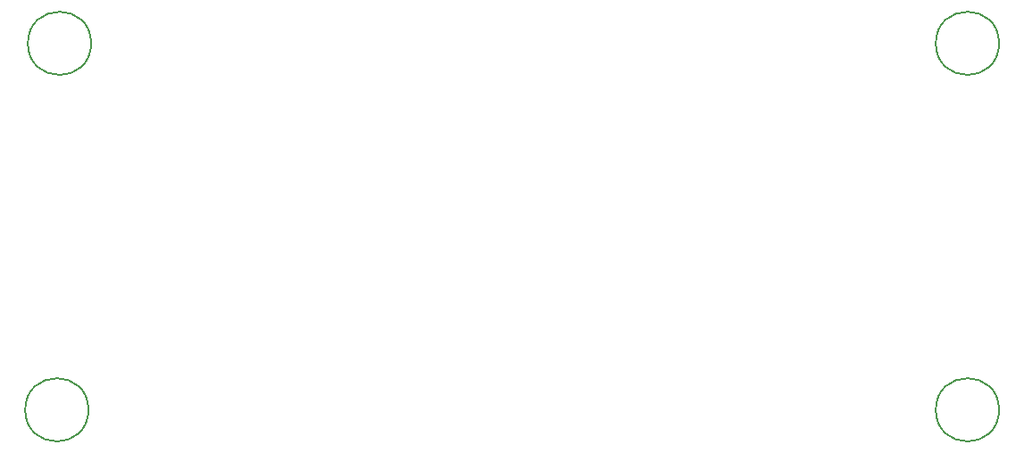
<source format=gbr>
G04 #@! TF.FileFunction,Other,Comment*
%FSLAX46Y46*%
G04 Gerber Fmt 4.6, Leading zero omitted, Abs format (unit mm)*
G04 Created by KiCad (PCBNEW 4.0.6) date 08/21/17 11:10:51*
%MOMM*%
%LPD*%
G01*
G04 APERTURE LIST*
%ADD10C,0.100000*%
%ADD11C,0.150000*%
G04 APERTURE END LIST*
D10*
D11*
X137874000Y-72898000D02*
G75*
G03X137874000Y-72898000I-3000000J0D01*
G01*
X137620000Y-107696000D02*
G75*
G03X137620000Y-107696000I-3000000J0D01*
G01*
X223980000Y-72898000D02*
G75*
G03X223980000Y-72898000I-3000000J0D01*
G01*
X223980000Y-107696000D02*
G75*
G03X223980000Y-107696000I-3000000J0D01*
G01*
M02*

</source>
